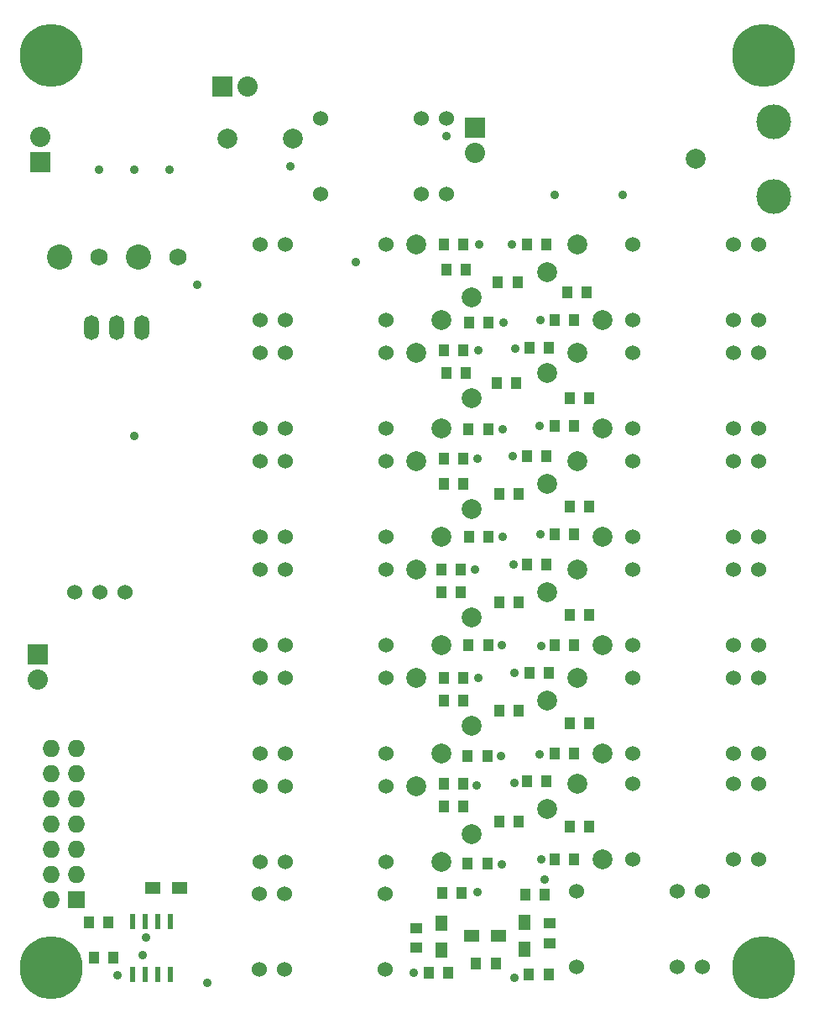
<source format=gts>
G04 #@! TF.FileFunction,Soldermask,Top*
%FSLAX46Y46*%
G04 Gerber Fmt 4.6, Leading zero omitted, Abs format (unit mm)*
G04 Created by KiCad (PCBNEW 4.0.1-stable) date 03/05/2016 06:21:55*
%MOMM*%
G01*
G04 APERTURE LIST*
%ADD10C,0.100000*%
%ADD11R,1.000000X1.250000*%
%ADD12R,1.250000X1.000000*%
%ADD13C,3.500000*%
%ADD14C,2.000000*%
%ADD15C,1.524000*%
%ADD16C,6.350000*%
%ADD17R,2.032000X2.032000*%
%ADD18O,2.032000X2.032000*%
%ADD19C,2.540000*%
%ADD20C,1.727200*%
%ADD21C,1.998980*%
%ADD22R,1.500000X1.300000*%
%ADD23R,0.600000X1.550000*%
%ADD24R,1.727200X1.727200*%
%ADD25O,1.727200X1.727200*%
%ADD26O,1.501140X2.499360*%
%ADD27R,1.300000X1.500000*%
%ADD28C,0.889000*%
G04 APERTURE END LIST*
D10*
D11*
X158575500Y-123507500D03*
X160575500Y-123507500D03*
D12*
X156019500Y-129016000D03*
X156019500Y-127016000D03*
D11*
X164004500Y-130619500D03*
X162004500Y-130619500D03*
X166957500Y-123698000D03*
X168957500Y-123698000D03*
X123460000Y-130048000D03*
X125460000Y-130048000D03*
X158766000Y-58166000D03*
X160766000Y-58166000D03*
D13*
X192024000Y-53330000D03*
X192024000Y-45730000D03*
D14*
X184224000Y-49530000D03*
D15*
X124079000Y-93218000D03*
X126619000Y-93218000D03*
X121539000Y-93218000D03*
D11*
X158766000Y-112522000D03*
X160766000Y-112522000D03*
X161020000Y-71120000D03*
X159020000Y-71120000D03*
X160766000Y-82296000D03*
X158766000Y-82296000D03*
X160512000Y-93218000D03*
X158512000Y-93218000D03*
X160766000Y-104140000D03*
X158766000Y-104140000D03*
D16*
X191008000Y-39116000D03*
X119126000Y-39116000D03*
X191008000Y-131064000D03*
X119126000Y-131064000D03*
D17*
X117792500Y-99441000D03*
D18*
X117792500Y-101981000D03*
D11*
X158766000Y-79756000D03*
X160766000Y-79756000D03*
X158512000Y-90932000D03*
X160512000Y-90932000D03*
X158766000Y-101854000D03*
X160766000Y-101854000D03*
X161020000Y-60706000D03*
X159020000Y-60706000D03*
X160766000Y-114808000D03*
X158766000Y-114808000D03*
X161306000Y-66040000D03*
X163306000Y-66040000D03*
X159242000Y-131572000D03*
X157242000Y-131572000D03*
X158766000Y-68834000D03*
X160766000Y-68834000D03*
X161242500Y-76771500D03*
X163242500Y-76771500D03*
X161306000Y-87630000D03*
X163306000Y-87630000D03*
X161242500Y-98488500D03*
X163242500Y-98488500D03*
X161179000Y-109664500D03*
X163179000Y-109664500D03*
X161179000Y-120523000D03*
X163179000Y-120523000D03*
X166227000Y-61976000D03*
X164227000Y-61976000D03*
X166100000Y-72136000D03*
X164100000Y-72136000D03*
X166354000Y-83312000D03*
X164354000Y-83312000D03*
X166354000Y-94234000D03*
X164354000Y-94234000D03*
X166354000Y-105156000D03*
X164354000Y-105156000D03*
X166354000Y-116332000D03*
X164354000Y-116332000D03*
X169148000Y-58166000D03*
X167148000Y-58166000D03*
X169402000Y-68580000D03*
X167402000Y-68580000D03*
X169148000Y-79502000D03*
X167148000Y-79502000D03*
X169148000Y-90424000D03*
X167148000Y-90424000D03*
X169402000Y-101346000D03*
X167402000Y-101346000D03*
X169148000Y-112268000D03*
X167148000Y-112268000D03*
X173212000Y-62992000D03*
X171212000Y-62992000D03*
X173466000Y-73660000D03*
X171466000Y-73660000D03*
X173466000Y-84582000D03*
X171466000Y-84582000D03*
X173466000Y-95504000D03*
X171466000Y-95504000D03*
X173466000Y-106426000D03*
X171466000Y-106426000D03*
X173466000Y-116840000D03*
X171466000Y-116840000D03*
X171942000Y-65786000D03*
X169942000Y-65786000D03*
X171942000Y-76454000D03*
X169942000Y-76454000D03*
X171942000Y-87376000D03*
X169942000Y-87376000D03*
X171942000Y-98552000D03*
X169942000Y-98552000D03*
X171942000Y-109474000D03*
X169942000Y-109474000D03*
X171942000Y-120142000D03*
X169942000Y-120142000D03*
D15*
X159004000Y-45466000D03*
X156464000Y-45466000D03*
X146304000Y-45466000D03*
X146304000Y-53086000D03*
X159004000Y-53086000D03*
X156464000Y-53086000D03*
X140208000Y-65786000D03*
X142748000Y-65786000D03*
X152908000Y-65786000D03*
X152908000Y-58166000D03*
X140208000Y-58166000D03*
X142748000Y-58166000D03*
X140208000Y-76708000D03*
X142748000Y-76708000D03*
X152908000Y-76708000D03*
X152908000Y-69088000D03*
X140208000Y-69088000D03*
X142748000Y-69088000D03*
X140208000Y-87630000D03*
X142748000Y-87630000D03*
X152908000Y-87630000D03*
X152908000Y-80010000D03*
X140208000Y-80010000D03*
X142748000Y-80010000D03*
X140208000Y-98552000D03*
X142748000Y-98552000D03*
X152908000Y-98552000D03*
X152908000Y-90932000D03*
X140208000Y-90932000D03*
X142748000Y-90932000D03*
X140208000Y-109474000D03*
X142748000Y-109474000D03*
X152908000Y-109474000D03*
X152908000Y-101854000D03*
X140208000Y-101854000D03*
X142748000Y-101854000D03*
X140208000Y-120396000D03*
X142748000Y-120396000D03*
X152908000Y-120396000D03*
X152908000Y-112776000D03*
X140208000Y-112776000D03*
X142748000Y-112776000D03*
X140144500Y-131191000D03*
X142684500Y-131191000D03*
X152844500Y-131191000D03*
X152844500Y-123571000D03*
X140144500Y-123571000D03*
X142684500Y-123571000D03*
X190500000Y-58166000D03*
X187960000Y-58166000D03*
X177800000Y-58166000D03*
X177800000Y-65786000D03*
X190500000Y-65786000D03*
X187960000Y-65786000D03*
X190500000Y-69088000D03*
X187960000Y-69088000D03*
X177800000Y-69088000D03*
X177800000Y-76708000D03*
X190500000Y-76708000D03*
X187960000Y-76708000D03*
X190500000Y-80010000D03*
X187960000Y-80010000D03*
X177800000Y-80010000D03*
X177800000Y-87630000D03*
X190500000Y-87630000D03*
X187960000Y-87630000D03*
X190500000Y-90932000D03*
X187960000Y-90932000D03*
X177800000Y-90932000D03*
X177800000Y-98552000D03*
X190500000Y-98552000D03*
X187960000Y-98552000D03*
X190500000Y-101854000D03*
X187960000Y-101854000D03*
X177800000Y-101854000D03*
X177800000Y-109474000D03*
X190500000Y-109474000D03*
X187960000Y-109474000D03*
X190500000Y-112522000D03*
X187960000Y-112522000D03*
X177800000Y-112522000D03*
X177800000Y-120142000D03*
X190500000Y-120142000D03*
X187960000Y-120142000D03*
D17*
X118046500Y-49847500D03*
D18*
X118046500Y-47307500D03*
D17*
X136461500Y-42227500D03*
D18*
X139001500Y-42227500D03*
D19*
X119984000Y-59436000D03*
D20*
X123984000Y-59436000D03*
D19*
X127984000Y-59436000D03*
D20*
X131984000Y-59436000D03*
D21*
X155956000Y-58166000D03*
X158496000Y-65786000D03*
X155956000Y-69088000D03*
X158496000Y-76708000D03*
X155956000Y-80010000D03*
X158496000Y-87630000D03*
X155956000Y-90932000D03*
X158496000Y-98552000D03*
X155956000Y-101854000D03*
X158496000Y-109474000D03*
X155956000Y-112776000D03*
X158496000Y-120396000D03*
X161544000Y-63500000D03*
X169164000Y-60960000D03*
X161544000Y-73660000D03*
X169164000Y-71120000D03*
X161544000Y-84836000D03*
X169164000Y-82296000D03*
X161544000Y-95758000D03*
X169164000Y-93218000D03*
X161544000Y-106680000D03*
X169164000Y-104140000D03*
X161544000Y-117602000D03*
X169164000Y-115062000D03*
X172212000Y-58166000D03*
X174752000Y-65786000D03*
X172212000Y-69088000D03*
X174752000Y-76708000D03*
X172212000Y-80010000D03*
X174752000Y-87630000D03*
X172212000Y-90932000D03*
X174752000Y-98552000D03*
X172212000Y-101854000D03*
X174752000Y-109474000D03*
X172212000Y-112522000D03*
X174752000Y-120142000D03*
D12*
X169418000Y-128571500D03*
X169418000Y-126571500D03*
D11*
X169338500Y-131699000D03*
X167338500Y-131699000D03*
D21*
X143507460Y-47498000D03*
X136908540Y-47498000D03*
D22*
X132096500Y-122999500D03*
X129396500Y-122999500D03*
D11*
X122952000Y-126492000D03*
X124952000Y-126492000D03*
D15*
X184848500Y-123317000D03*
X182308500Y-123317000D03*
X172148500Y-123317000D03*
X172148500Y-130937000D03*
X184848500Y-130937000D03*
X182308500Y-130937000D03*
D23*
X127381000Y-131732000D03*
X128651000Y-131732000D03*
X129921000Y-131732000D03*
X131191000Y-131732000D03*
X131191000Y-126332000D03*
X129921000Y-126332000D03*
X128651000Y-126332000D03*
X127381000Y-126332000D03*
D17*
X161925000Y-46355000D03*
D18*
X161925000Y-48895000D03*
D24*
X121666000Y-124206000D03*
D25*
X119126000Y-124206000D03*
X121666000Y-121666000D03*
X119126000Y-121666000D03*
X121666000Y-119126000D03*
X119126000Y-119126000D03*
X121666000Y-116586000D03*
X119126000Y-116586000D03*
X121666000Y-114046000D03*
X119126000Y-114046000D03*
X121666000Y-111506000D03*
X119126000Y-111506000D03*
X121666000Y-108966000D03*
X119126000Y-108966000D03*
D26*
X125730000Y-66548000D03*
X128270000Y-66548000D03*
X123190000Y-66548000D03*
D27*
X158559500Y-126539000D03*
X158559500Y-129239000D03*
D22*
X161591000Y-127825500D03*
X164291000Y-127825500D03*
D27*
X166941500Y-126475500D03*
X166941500Y-129175500D03*
D28*
X168973500Y-122110500D03*
X162179000Y-123380500D03*
X165862000Y-132016500D03*
X155765500Y-131508500D03*
X165925500Y-112395000D03*
X162115500Y-112649000D03*
X168592500Y-120142000D03*
X164592000Y-120586500D03*
X168465500Y-109537500D03*
X164528500Y-109664500D03*
X165925500Y-101282500D03*
X162242500Y-101854000D03*
X168592500Y-98615500D03*
X164592000Y-98488500D03*
X165798500Y-90424000D03*
X161925000Y-90932000D03*
X168529000Y-87376000D03*
X164719000Y-87630000D03*
X165735000Y-79502000D03*
X162179000Y-79756000D03*
X168465500Y-76454000D03*
X164719000Y-76771500D03*
X165989000Y-68643500D03*
X162242500Y-68834000D03*
X164782500Y-66040000D03*
X168529000Y-65786000D03*
X165671500Y-58166000D03*
X162306000Y-58166000D03*
X169989500Y-53149500D03*
X134937500Y-132524500D03*
X159004000Y-47244000D03*
X127508000Y-77470000D03*
X133858000Y-62230000D03*
X131064000Y-50562000D03*
X127508000Y-50562000D03*
X123952000Y-50562000D03*
X143256000Y-50292000D03*
X176784000Y-53166000D03*
X149860000Y-59944000D03*
X125857000Y-131826000D03*
X128397000Y-129794000D03*
X128714500Y-128016000D03*
M02*

</source>
